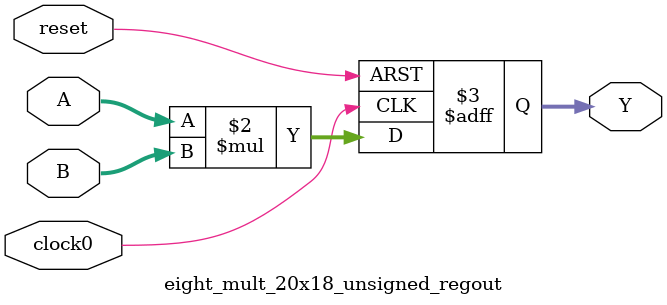
<source format=v>
module eight_mult_20x18_unsigned_regout
(
  input reset,
  input clock0,
  input [19:0] A,
  input [17:0] B,
  output reg [37:0] Y
);

  always @(posedge clock0 or posedge reset) begin
    if (reset) begin
      Y <= 0;
    end else begin
      Y <= A * B;
    end
  end
  
endmodule

</source>
